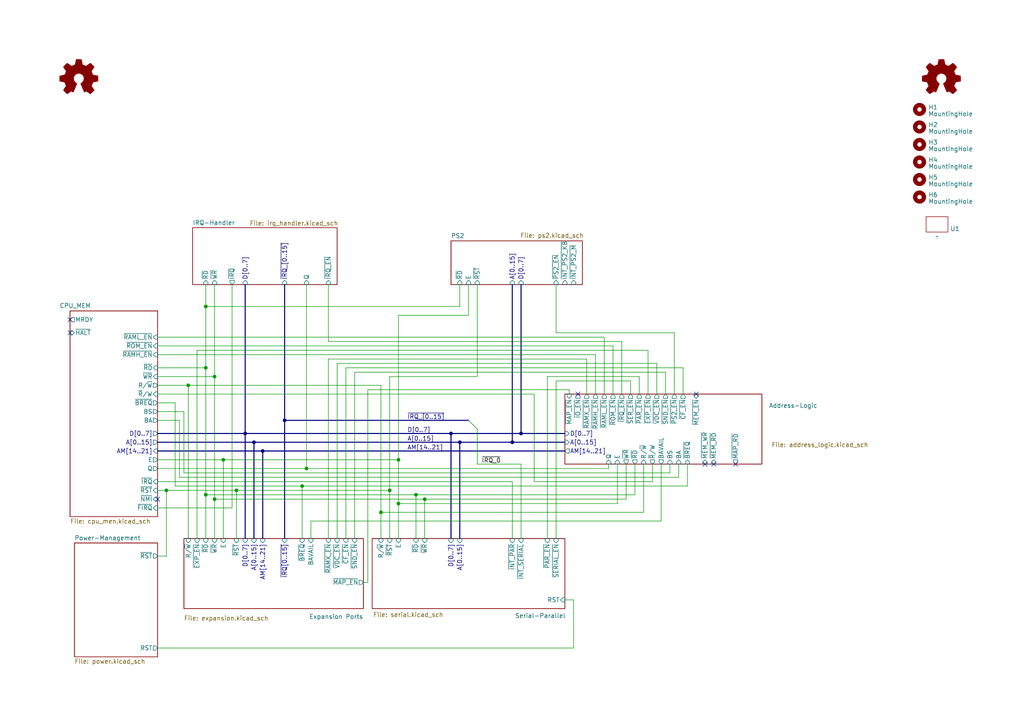
<source format=kicad_sch>
(kicad_sch (version 20231120) (generator "eeschema") (generator_version "8.0")
  (paper "A4")
  (title_block (date "2025-03-03") (rev "C0") (company "Eric Lind"))
  (lib_symbols
    (symbol "Graphic:Logo_Open_Hardware_Small" (in_bom no) (on_board no)
      (symbol "Logo_Open_Hardware_Small_0_1"
        (polyline (pts (xy 3.3528 -4.3434) (xy 3.302 -4.318) (xy 3.175 -4.2418) (xy 2.9972 -4.1148) (xy 2.7686 -3.9624) (xy 2.54 -3.81) (xy 2.3622 -3.7084) (xy 2.2352 -3.6068) (xy 2.1844 -3.5814) (xy 2.159 -3.6068) (xy 2.0574 -3.6576) (xy 1.905 -3.7338) (xy 1.8034 -3.7846) (xy 1.6764 -3.8354) (xy 1.6002 -3.8354) (xy 1.6002 -3.8354) (xy 1.5494 -3.7338) (xy 1.4732 -3.5306) (xy 1.3462 -3.302) (xy 1.2446 -3.0226) (xy 1.1176 -2.7178) (xy 0.9652 -2.413) (xy 0.8636 -2.1082) (xy 0.7366 -1.8288) (xy 0.6604 -1.6256) (xy 0.6096 -1.4732) (xy 0.5842 -1.397) (xy 0.5842 -1.397) (xy 0.6604 -1.3208) (xy 0.7874 -1.2446) (xy 1.0414 -1.016) (xy 1.2954 -0.6858) (xy 1.4478 -0.3302) (xy 1.524 0.0762) (xy 1.4732 0.4572) (xy 1.3208 0.8128) (xy 1.0668 1.143) (xy 0.762 1.3716) (xy 0.4064 1.524) (xy 0 1.5748) (xy -0.381 1.5494) (xy -0.7366 1.397) (xy -1.0668 1.143) (xy -1.2192 0.9906) (xy -1.397 0.6604) (xy -1.524 0.3048) (xy -1.524 0.2286) (xy -1.4986 -0.1778) (xy -1.397 -0.5334) (xy -1.1938 -0.8636) (xy -0.9144 -1.143) (xy -0.8636 -1.1684) (xy -0.7366 -1.27) (xy -0.635 -1.3462) (xy -0.5842 -1.397) (xy -1.0668 -2.5908) (xy -1.143 -2.794) (xy -1.2954 -3.1242) (xy -1.397 -3.4036) (xy -1.4986 -3.6322) (xy -1.5748 -3.7846) (xy -1.6002 -3.8354) (xy -1.6002 -3.8354) (xy -1.651 -3.8354) (xy -1.7272 -3.81) (xy -1.905 -3.7338) (xy -2.0066 -3.683) (xy -2.1336 -3.6068) (xy -2.2098 -3.5814) (xy -2.2606 -3.6068) (xy -2.3622 -3.683) (xy -2.54 -3.81) (xy -2.7686 -3.9624) (xy -2.9718 -4.0894) (xy -3.1496 -4.2164) (xy -3.302 -4.318) (xy -3.3528 -4.3434) (xy -3.3782 -4.3434) (xy -3.429 -4.318) (xy -3.5306 -4.2164) (xy -3.7084 -4.064) (xy -3.937 -3.8354) (xy -3.9624 -3.81) (xy -4.1656 -3.6068) (xy -4.318 -3.4544) (xy -4.4196 -3.3274) (xy -4.445 -3.2766) (xy -4.445 -3.2766) (xy -4.4196 -3.2258) (xy -4.318 -3.0734) (xy -4.2164 -2.8956) (xy -4.064 -2.667) (xy -3.6576 -2.0828) (xy -3.8862 -1.5494) (xy -3.937 -1.3716) (xy -4.0386 -1.1684) (xy -4.0894 -1.0414) (xy -4.1148 -0.9652) (xy -4.191 -0.9398) (xy -4.318 -0.9144) (xy -4.5466 -0.8636) (xy -4.8006 -0.8128) (xy -5.0546 -0.7874) (xy -5.2578 -0.7366) (xy -5.4356 -0.7112) (xy -5.5118 -0.6858) (xy -5.5118 -0.6858) (xy -5.5372 -0.635) (xy -5.5372 -0.5588) (xy -5.5372 -0.4318) (xy -5.5626 -0.2286) (xy -5.5626 0.0762) (xy -5.5626 0.127) (xy -5.5372 0.4064) (xy -5.5372 0.635) (xy -5.5372 0.762) (xy -5.5372 0.8382) (xy -5.5372 0.8382) (xy -5.461 0.8382) (xy -5.3086 0.889) (xy -5.08 0.9144) (xy -4.826 0.9652) (xy -4.8006 0.9906) (xy -4.5466 1.0414) (xy -4.318 1.0668) (xy -4.1656 1.1176) (xy -4.0894 1.143) (xy -4.0894 1.143) (xy -4.0386 1.2446) (xy -3.9624 1.4224) (xy -3.8608 1.6256) (xy -3.7846 1.8288) (xy -3.7084 2.0066) (xy -3.6576 2.159) (xy -3.6322 2.2098) (xy -3.6322 2.2098) (xy -3.683 2.286) (xy -3.7592 2.413) (xy -3.8862 2.5908) (xy -4.064 2.8194) (xy -4.064 2.8448) (xy -4.2164 3.0734) (xy -4.3434 3.2512) (xy -4.4196 3.3782) (xy -4.445 3.4544) (xy -4.445 3.4544) (xy -4.3942 3.5052) (xy -4.2926 3.6322) (xy -4.1148 3.81) (xy -3.937 4.0132) (xy -3.8608 4.064) (xy -3.6576 4.2926) (xy -3.5052 4.4196) (xy -3.4036 4.4958) (xy -3.3528 4.5212) (xy -3.3528 4.5212) (xy -3.302 4.4704) (xy -3.1496 4.3688) (xy -2.9718 4.2418) (xy -2.7432 4.0894) (xy -2.7178 4.0894) (xy -2.4892 3.937) (xy -2.3114 3.81) (xy -2.1844 3.7084) (xy -2.1336 3.683) (xy -2.1082 3.683) (xy -2.032 3.7084) (xy -1.8542 3.7592) (xy -1.6764 3.8354) (xy -1.4732 3.937) (xy -1.27 4.0132) (xy -1.143 4.064) (xy -1.0668 4.1148) (xy -1.0668 4.1148) (xy -1.0414 4.191) (xy -1.016 4.3434) (xy -0.9652 4.572) (xy -0.9144 4.8514) (xy -0.889 4.9022) (xy -0.8382 5.1562) (xy -0.8128 5.3848) (xy -0.7874 5.5372) (xy -0.762 5.588) (xy -0.7112 5.6134) (xy -0.5842 5.6134) (xy -0.4064 5.6134) (xy -0.1524 5.6134) (xy 0.0762 5.6134) (xy 0.3302 5.6134) (xy 0.5334 5.6134) (xy 0.6858 5.588) (xy 0.7366 5.588) (xy 0.7366 5.588) (xy 0.762 5.5118) (xy 0.8128 5.334) (xy 0.8382 5.1054) (xy 0.9144 4.826) (xy 0.9144 4.7752) (xy 0.9652 4.5212) (xy 1.016 4.2926) (xy 1.0414 4.1402) (xy 1.0668 4.0894) (xy 1.0668 4.0894) (xy 1.1938 4.0386) (xy 1.3716 3.9624) (xy 1.5748 3.8608) (xy 2.0828 3.6576) (xy 2.7178 4.0894) (xy 2.7686 4.1402) (xy 2.9972 4.2926) (xy 3.175 4.4196) (xy 3.302 4.4958) (xy 3.3782 4.5212) (xy 3.3782 4.5212) (xy 3.429 4.4704) (xy 3.556 4.3434) (xy 3.7338 4.191) (xy 3.9116 3.9878) (xy 4.064 3.8354) (xy 4.2418 3.6576) (xy 4.3434 3.556) (xy 4.4196 3.4798) (xy 4.4196 3.429) (xy 4.4196 3.4036) (xy 4.3942 3.3274) (xy 4.2926 3.2004) (xy 4.1656 2.9972) (xy 4.0132 2.794) (xy 3.8862 2.5908) (xy 3.7592 2.3876) (xy 3.6576 2.2352) (xy 3.6322 2.159) (xy 3.6322 2.1336) (xy 3.683 2.0066) (xy 3.7592 1.8288) (xy 3.8608 1.6002) (xy 4.064 1.1176) (xy 4.3942 1.0414) (xy 4.5974 1.016) (xy 4.8768 0.9652) (xy 5.1308 0.9144) (xy 5.5372 0.8382) (xy 5.5626 -0.6604) (xy 5.4864 -0.6858) (xy 5.4356 -0.6858) (xy 5.2832 -0.7366) (xy 5.0546 -0.762) (xy 4.8006 -0.8128) (xy 4.5974 -0.8636) (xy 4.3688 -0.9144) (xy 4.2164 -0.9398) (xy 4.1402 -0.9398) (xy 4.1148 -0.9652) (xy 4.064 -1.0668) (xy 3.9878 -1.2446) (xy 3.9116 -1.4478) (xy 3.81 -1.651) (xy 3.7338 -1.8542) (xy 3.683 -2.0066) (xy 3.6576 -2.0828) (xy 3.683 -2.1336) (xy 3.7846 -2.2606) (xy 3.8862 -2.4638) (xy 4.0386 -2.667) (xy 4.191 -2.8956) (xy 4.318 -3.0734) (xy 4.3942 -3.2004) (xy 4.445 -3.2766) (xy 4.4196 -3.3274) (xy 4.3434 -3.429) (xy 4.1656 -3.5814) (xy 3.937 -3.8354) (xy 3.8862 -3.8608) (xy 3.683 -4.064) (xy 3.5306 -4.2164) (xy 3.4036 -4.318) (xy 3.3528 -4.3434)) (fill (type outline)))
      )
    )
    (symbol "Mechanical:MountingHole" (pin_names (offset 1.016))
      (property "Reference" "H" (at 0 5.08 0))
      (property "Value" "MountingHole" (at 0 3.175 0))
      (symbol "MountingHole_0_1"
        (circle (center 0 0) (radius 1.27) (stroke (width 1.27)))
      )
    )
    (symbol "motherboard:mITX"
      (property "Reference" "U" (at 0 0 0))
      (symbol "mITX_0_1"
        (rectangle (start -3.175 5.715) (end 3.175 1.27))
        (rectangle (start -1.905 5.715) (end -1.905 5.715))
        (rectangle (start -1.905 5.715) (end -1.905 5.715))
        (rectangle (start 0 -0.635) (end 0 -0.635))
        (rectangle (start 0 -0.635) (end 0 -0.635))
      )
    )
  )
  (junction (at 59.69 106.68))
  (junction (at 62.23 109.22))
  (junction (at 76.2 130.81))
  (junction (at 110.49 148.59))
  (junction (at 148.59 128.27))
  (junction (at 133.35 128.27))
  (junction (at 120.65 143.51))
  (junction (at 68.58 142.24))
  (junction (at 71.12 125.73))
  (junction (at 64.77 133.35))
  (junction (at 54.61 111.76))
  (junction (at 59.69 88.9))
  (junction (at 48.26 142.24))
  (junction (at 115.57 133.35))
  (junction (at 130.81 125.73))
  (junction (at 59.69 143.51))
  (junction (at 62.23 144.78))
  (junction (at 88.9 135.89))
  (junction (at 82.55 121.92))
  (junction (at 123.19 144.78))
  (junction (at 113.03 142.24))
  (junction (at 73.66 128.27))
  (junction (at 115.57 146.05))
  (junction (at 87.63 140.97))
  (junction (at 151.13 125.73))
  (no_connect (at 20.32 96.52))
  (no_connect (at 45.72 144.78))
  (no_connect (at 204.47 134.62))
  (no_connect (at 207.01 134.62))
  (no_connect (at 167.64 114.3))
  (no_connect (at 213.36 134.62))
  (no_connect (at 201.93 114.3))
  (no_connect (at 20.32 92.71))
  (bus_entry (at 135.89 121.92) (size 2.54 2.54))
  (wire (pts (xy 45.72 109.22) (xy 62.23 109.22)))
  (wire (pts (xy 133.35 88.9) (xy 59.69 88.9)))
  (wire (pts (xy 62.23 109.22) (xy 62.23 144.78)))
  (wire (pts (xy 110.49 111.76) (xy 110.49 148.59)))
  (wire (pts (xy 54.61 111.76) (xy 54.61 156.21)))
  (wire (pts (xy 62.23 156.21) (xy 62.23 144.78)))
  (wire (pts (xy 179.07 146.05) (xy 179.07 134.62)))
  (wire (pts (xy 45.72 106.68) (xy 59.69 106.68)))
  (wire (pts (xy 193.04 107.95) (xy 193.04 114.3)))
  (wire (pts (xy 45.72 111.76) (xy 54.61 111.76)))
  (wire (pts (xy 88.9 135.89) (xy 176.53 135.89)))
  (wire (pts (xy 59.69 82.55) (xy 59.69 88.9)))
  (wire (pts (xy 172.72 102.87) (xy 172.72 114.3)))
  (wire (pts (xy 135.89 82.55) (xy 135.89 91.44)))
  (wire (pts (xy 158.75 156.21) (xy 158.75 109.22)))
  (wire (pts (xy 185.42 109.22) (xy 185.42 114.3)))
  (wire (pts (xy 90.17 151.13) (xy 90.17 156.21)))
  (wire (pts (xy 88.9 82.55) (xy 88.9 135.89)))
  (wire (pts (xy 53.34 137.16) (xy 194.31 137.16)))
  (wire (pts (xy 45.72 100.33) (xy 177.8 100.33)))
  (bus (pts (xy 133.35 128.27) (xy 133.35 156.21)))
  (wire (pts (xy 87.63 140.97) (xy 87.63 156.21)))
  (wire (pts (xy 45.72 161.29) (xy 48.26 161.29)))
  (wire (pts (xy 158.75 109.22) (xy 185.42 109.22)))
  (wire (pts (xy 120.65 143.51) (xy 120.65 156.21)))
  (wire (pts (xy 198.12 106.68) (xy 198.12 114.3)))
  (wire (pts (xy 161.29 96.52) (xy 195.58 96.52)))
  (bus (pts (xy 130.81 125.73) (xy 130.81 156.21)))
  (wire (pts (xy 191.77 134.62) (xy 191.77 151.13)))
  (wire (pts (xy 166.37 173.99) (xy 163.83 173.99)))
  (wire (pts (xy 52.07 138.43) (xy 52.07 121.92)))
  (bus (pts (xy 73.66 128.27) (xy 73.66 156.21)))
  (wire (pts (xy 68.58 142.24) (xy 113.03 142.24)))
  (wire (pts (xy 59.69 143.51) (xy 59.69 156.21)))
  (bus (pts (xy 148.59 82.55) (xy 148.59 128.27)))
  (wire (pts (xy 194.31 137.16) (xy 194.31 134.62)))
  (wire (pts (xy 138.43 82.55) (xy 138.43 109.22)))
  (bus (pts (xy 148.59 128.27) (xy 163.83 128.27)))
  (bus (pts (xy 45.72 130.81) (xy 76.2 130.81)))
  (wire (pts (xy 54.61 111.76) (xy 110.49 111.76)))
  (wire (pts (xy 45.72 119.38) (xy 53.34 119.38)))
  (wire (pts (xy 106.68 168.91) (xy 106.68 113.03)))
  (wire (pts (xy 113.03 109.22) (xy 113.03 142.24)))
  (wire (pts (xy 97.79 156.21) (xy 97.79 105.41)))
  (wire (pts (xy 123.19 144.78) (xy 123.19 156.21)))
  (bus (pts (xy 151.13 82.55) (xy 151.13 125.73)))
  (wire (pts (xy 196.85 134.62) (xy 196.85 138.43)))
  (wire (pts (xy 45.72 135.89) (xy 88.9 135.89)))
  (bus (pts (xy 73.66 128.27) (xy 133.35 128.27)))
  (wire (pts (xy 45.72 187.96) (xy 166.37 187.96)))
  (bus (pts (xy 76.2 130.81) (xy 76.2 156.21)))
  (bus (pts (xy 133.35 128.27) (xy 148.59 128.27)))
  (wire (pts (xy 175.26 97.79) (xy 175.26 114.3)))
  (wire (pts (xy 50.8 140.97) (xy 87.63 140.97)))
  (wire (pts (xy 177.8 100.33) (xy 177.8 114.3)))
  (bus (pts (xy 82.55 121.92) (xy 135.89 121.92)))
  (wire (pts (xy 97.79 105.41) (xy 190.5 105.41)))
  (wire (pts (xy 59.69 88.9) (xy 59.69 106.68)))
  (wire (pts (xy 110.49 148.59) (xy 186.69 148.59)))
  (wire (pts (xy 190.5 105.41) (xy 190.5 114.3)))
  (wire (pts (xy 62.23 144.78) (xy 123.19 144.78)))
  (wire (pts (xy 154.94 114.3) (xy 154.94 139.7)))
  (wire (pts (xy 106.68 168.91) (xy 105.41 168.91)))
  (wire (pts (xy 138.43 134.62) (xy 151.13 134.62)))
  (bus (pts (xy 45.72 128.27) (xy 73.66 128.27)))
  (wire (pts (xy 48.26 161.29) (xy 48.26 142.24)))
  (wire (pts (xy 115.57 133.35) (xy 115.57 146.05)))
  (wire (pts (xy 100.33 106.68) (xy 198.12 106.68)))
  (wire (pts (xy 180.34 99.06) (xy 180.34 114.3)))
  (wire (pts (xy 100.33 156.21) (xy 100.33 106.68)))
  (wire (pts (xy 45.72 147.32) (xy 67.31 147.32)))
  (wire (pts (xy 161.29 82.55) (xy 161.29 96.52)))
  (wire (pts (xy 191.77 151.13) (xy 90.17 151.13)))
  (bus (pts (xy 45.72 125.73) (xy 71.12 125.73)))
  (bus (pts (xy 71.12 82.55) (xy 71.12 125.73)))
  (wire (pts (xy 184.15 134.62) (xy 184.15 143.51)))
  (wire (pts (xy 106.68 113.03) (xy 165.1 113.03)))
  (wire (pts (xy 138.43 109.22) (xy 113.03 109.22)))
  (wire (pts (xy 182.88 110.49) (xy 182.88 114.3)))
  (wire (pts (xy 115.57 146.05) (xy 115.57 156.21)))
  (wire (pts (xy 48.26 142.24) (xy 68.58 142.24)))
  (bus (pts (xy 130.81 125.73) (xy 151.13 125.73)))
  (wire (pts (xy 189.23 139.7) (xy 189.23 134.62)))
  (wire (pts (xy 45.72 114.3) (xy 154.94 114.3)))
  (wire (pts (xy 170.18 104.14) (xy 170.18 114.3)))
  (bus (pts (xy 71.12 125.73) (xy 130.81 125.73)))
  (wire (pts (xy 59.69 106.68) (xy 59.69 143.51)))
  (wire (pts (xy 48.26 142.24) (xy 45.72 142.24)))
  (wire (pts (xy 64.77 133.35) (xy 115.57 133.35)))
  (wire (pts (xy 115.57 146.05) (xy 179.07 146.05)))
  (wire (pts (xy 102.87 156.21) (xy 102.87 107.95)))
  (wire (pts (xy 67.31 147.32) (xy 67.31 82.55)))
  (wire (pts (xy 133.35 82.55) (xy 133.35 88.9)))
  (wire (pts (xy 138.43 124.46) (xy 138.43 134.62)))
  (wire (pts (xy 110.49 148.59) (xy 110.49 156.21)))
  (wire (pts (xy 165.1 113.03) (xy 165.1 114.3)))
  (wire (pts (xy 95.25 99.06) (xy 180.34 99.06)))
  (bus (pts (xy 71.12 125.73) (xy 71.12 156.21)))
  (wire (pts (xy 102.87 107.95) (xy 193.04 107.95)))
  (bus (pts (xy 151.13 125.73) (xy 163.83 125.73)))
  (wire (pts (xy 45.72 139.7) (xy 148.59 139.7)))
  (wire (pts (xy 135.89 91.44) (xy 115.57 91.44)))
  (wire (pts (xy 161.29 110.49) (xy 182.88 110.49)))
  (wire (pts (xy 59.69 143.51) (xy 120.65 143.51)))
  (wire (pts (xy 45.72 97.79) (xy 175.26 97.79)))
  (wire (pts (xy 68.58 156.21) (xy 68.58 142.24)))
  (bus (pts (xy 76.2 130.81) (xy 163.83 130.81)))
  (wire (pts (xy 45.72 121.92) (xy 52.07 121.92)))
  (wire (pts (xy 166.37 187.96) (xy 166.37 173.99)))
  (wire (pts (xy 176.53 135.89) (xy 176.53 134.62)))
  (wire (pts (xy 45.72 116.84) (xy 50.8 116.84)))
  (wire (pts (xy 45.72 102.87) (xy 172.72 102.87)))
  (wire (pts (xy 95.25 156.21) (xy 95.25 104.14)))
  (wire (pts (xy 53.34 119.38) (xy 53.34 137.16)))
  (wire (pts (xy 95.25 104.14) (xy 170.18 104.14)))
  (wire (pts (xy 120.65 143.51) (xy 184.15 143.51)))
  (bus (pts (xy 82.55 121.92) (xy 82.55 156.21)))
  (wire (pts (xy 161.29 156.21) (xy 161.29 110.49)))
  (wire (pts (xy 57.15 156.21) (xy 57.15 101.6)))
  (wire (pts (xy 154.94 139.7) (xy 189.23 139.7)))
  (wire (pts (xy 45.72 133.35) (xy 64.77 133.35)))
  (bus (pts (xy 82.55 82.55) (xy 82.55 121.92)))
  (wire (pts (xy 151.13 134.62) (xy 151.13 156.21)))
  (wire (pts (xy 186.69 148.59) (xy 186.69 134.62)))
  (wire (pts (xy 57.15 101.6) (xy 187.96 101.6)))
  (wire (pts (xy 115.57 91.44) (xy 115.57 133.35)))
  (wire (pts (xy 196.85 138.43) (xy 52.07 138.43)))
  (wire (pts (xy 123.19 144.78) (xy 181.61 144.78)))
  (wire (pts (xy 148.59 139.7) (xy 148.59 156.21)))
  (wire (pts (xy 95.25 82.55) (xy 95.25 99.06)))
  (wire (pts (xy 50.8 116.84) (xy 50.8 140.97)))
  (wire (pts (xy 181.61 144.78) (xy 181.61 134.62)))
  (wire (pts (xy 87.63 140.97) (xy 199.39 140.97)))
  (wire (pts (xy 64.77 133.35) (xy 64.77 156.21)))
  (wire (pts (xy 113.03 142.24) (xy 113.03 156.21)))
  (wire (pts (xy 62.23 82.55) (xy 62.23 109.22)))
  (wire (pts (xy 187.96 101.6) (xy 187.96 114.3)))
  (wire (pts (xy 195.58 96.52) (xy 195.58 114.3)))
  (wire (pts (xy 199.39 140.97) (xy 199.39 134.62)))
  (label "~{IRQ_0}" (at 139.7 134.62 0))
  (label "D[0..7]" (at 118.11 125.73 0))
  (label "AM[14..21]" (at 118.11 130.81 0))
  (label "~{IRQ_[0..15]}" (at 118.11 121.92 0))
  (label "A[0..15]" (at 118.11 128.27 0))
  (symbol (lib_id "motherboard:mITX") (at 271.78 68.58 0) (unit 1)
    (property "Reference" "U1" (at 275.59 66.3568 0) (effects (justify left)))
    (property "Value" "~" (at 271.78 68.58 0))
    (property "Footprint" "kicad-lib:mITX" (effects (hide yes)))
  )
  (symbol (lib_id "Mechanical:MountingHole") (at 266.7 41.91 0) (unit 1)
    (property "Reference" "H3" (at 269.24 41.2663 0) (effects (justify left)))
    (property "Value" "MountingHole" (at 269.24 43.1873 0) (effects (justify left)))
    (property "Footprint" "MountingHole:MountingHole_3.2mm_M3_ISO7380" (effects (hide yes)))
  )
  (symbol (lib_id "Graphic:Logo_Open_Hardware_Small") (at 22.86 22.86 0) (unit 1) (exclude_from_sim yes) (in_bom no) (on_board no)
    (property "Reference" "#SYM1" (effects (hide yes)))
    (property "Value" "Logo_Open_Hardware_Small" (effects (hide yes)))
    (property "Description" "Open Hardware logo, small" (effects (hide yes)))
  )
  (symbol (lib_id "Mechanical:MountingHole") (at 266.7 36.83 0) (unit 1)
    (property "Reference" "H2" (at 269.24 36.1863 0) (effects (justify left)))
    (property "Value" "MountingHole" (at 269.24 38.1073 0) (effects (justify left)))
    (property "Footprint" "MountingHole:MountingHole_3.2mm_M3_ISO7380" (effects (hide yes)))
  )
  (symbol (lib_id "Graphic:Logo_Open_Hardware_Small") (at 273.05 22.86 0) (unit 1) (exclude_from_sim yes) (in_bom no) (on_board no)
    (property "Reference" "#SYM2" (effects (hide yes)))
    (property "Value" "Logo_Open_Hardware_Small" (effects (hide yes)))
    (property "Description" "Open Hardware logo, small" (effects (hide yes)))
  )
  (symbol (lib_id "Mechanical:MountingHole") (at 266.7 52.07 0) (unit 1)
    (property "Reference" "H5" (at 269.24 51.4263 0) (effects (justify left)))
    (property "Value" "MountingHole" (at 269.24 53.3473 0) (effects (justify left)))
    (property "Footprint" "MountingHole:MountingHole_3.2mm_M3_ISO7380" (effects (hide yes)))
  )
  (symbol (lib_id "Mechanical:MountingHole") (at 266.7 46.99 0) (unit 1)
    (property "Reference" "H4" (at 269.24 46.3463 0) (effects (justify left)))
    (property "Value" "MountingHole" (at 269.24 48.2673 0) (effects (justify left)))
    (property "Footprint" "MountingHole:MountingHole_3.2mm_M3_ISO7380" (effects (hide yes)))
  )
  (symbol (lib_id "Mechanical:MountingHole") (at 266.7 31.75 0) (unit 1)
    (property "Reference" "H1" (at 269.24 31.1063 0) (effects (justify left)))
    (property "Value" "MountingHole" (at 269.24 33.0273 0) (effects (justify left)))
    (property "Footprint" "MountingHole:MountingHole_3.2mm_M3_ISO7380" (effects (hide yes)))
  )
  (symbol (lib_id "Mechanical:MountingHole") (at 266.7 57.15 0) (unit 1)
    (property "Reference" "H6" (at 269.24 56.5063 0) (effects (justify left)))
    (property "Value" "MountingHole" (at 269.24 58.4273 0) (effects (justify left)))
    (property "Footprint" "MountingHole:MountingHole_3.2mm_M3_ISO7380" (effects (hide yes)))
  )
  (sheet (at 21.59 157.48) (size 24.13 33.02) (stroke (width 0.1524))
    (property "Sheetname" "Power-Management" (at 21.59 156.7684 0) (effects (justify left bottom)))
    (property "Sheetfile" "power.kicad_sch" (at 21.59 191.0846 0) (effects (justify left top)))
    (pin "~{RST}" output (at 45.72 161.29 0))
    (pin "RST" output (at 45.72 187.96 0))
  )
  (sheet (at 107.95 156.21) (size 55.88 20.32) (stroke (width 0.1524))
    (property "Sheetname" "Serial-Parallel" (at 149.352 179.324 0) (effects (justify left bottom)))
    (property "Sheetfile" "serial.kicad_sch" (at 108.204 177.546 0) (effects (justify left top)))
    (pin "R{slash}~{W}" input (at 110.49 156.21 90))
    (pin "~{RST}" input (at 113.03 156.21 90))
    (pin "~{SERIAL_EN}" input (at 161.29 156.21 90))
    (pin "E" input (at 115.57 156.21 90))
    (pin "~{INT_PAR}" input (at 148.59 156.21 90))
    (pin "~{PAR_EN}" input (at 158.75 156.21 90))
    (pin "A[0..15]" input (at 133.35 156.21 90))
    (pin "D[0..7]" input (at 130.81 156.21 90))
    (pin "~{INT_SERIAL}" input (at 151.13 156.21 90))
    (pin "RST" input (at 163.83 173.99 0))
    (pin "~{RD}" input (at 120.65 156.21 90))
    (pin "~{WR}" input (at 123.19 156.21 90))
  )
  (sheet (at 163.83 114.3) (size 57.15 20.32) (stroke (width 0.1524))
    (property "Sheetname" "Address-Logic" (at 223.012 118.364 0) (effects (justify left bottom)))
    (property "Sheetfile" "address_logic.kicad_sch" (at 223.774 128.27 0) (effects (justify left top)))
    (pin "AM[14..21]" output (at 163.83 130.81 180))
    (pin "~{IRQ_EN}" output (at 180.34 114.3 90))
    (pin "~{PS2_EN}" output (at 195.58 114.3 90))
    (pin "~{VDC_EN}" output (at 190.5 114.3 90))
    (pin "~{EXP_EN}" output (at 187.96 114.3 90))
    (pin "~{PAR_EN}" output (at 185.42 114.3 90))
    (pin "~{SER_EN}" output (at 182.88 114.3 90))
    (pin "~{CF_EN}" output (at 198.12 114.3 90))
    (pin "~{WR}" output (at 181.61 134.62 270))
    (pin "BAVAIL" output (at 191.77 134.62 270))
    (pin "~{RD}" output (at 184.15 134.62 270))
    (pin "BS" input (at 194.31 134.62 270))
    (pin "BA" input (at 196.85 134.62 270))
    (pin "R{slash}~{W}" input (at 186.69 134.62 270))
    (pin "~{BREQ}" input (at 199.39 134.62 270))
    (pin "Q" input (at 176.53 134.62 270))
    (pin "E" input (at 179.07 134.62 270))
    (pin "D[0..7]" input (at 163.83 125.73 180))
    (pin "A[0..15]" input (at 163.83 128.27 180))
    (pin "~{ROM_EN}" output (at 177.8 114.3 90))
    (pin "~{RAML_EN}" output (at 175.26 114.3 90))
    (pin "~{RAMH_EN}" output (at 172.72 114.3 90))
    (pin "~{RAMX_EN}" output (at 170.18 114.3 90))
    (pin "~{IO_EN}" output (at 167.64 114.3 90))
    (pin "~{MEM_WR}" input (at 204.47 134.62 270))
    (pin "~{MEM_RD}" input (at 207.01 134.62 270))
    (pin "~{MAP_EN}" input (at 165.1 114.3 90))
    (pin "~{R}/W" output (at 189.23 134.62 270))
    (pin "~{MEM_EN}" input (at 201.93 114.3 90))
    (pin "~{SND_EN}" output (at 193.04 114.3 90))
    (pin "~{MAP_RD}" output (at 213.36 134.62 270))
  )
  (sheet (at 53.34 156.21) (size 52.07 20.32) (stroke (width 0.1524))
    (property "Sheetname" "Expansion Ports" (at 89.662 179.578 0) (effects (justify left bottom)))
    (property "Sheetfile" "expansion.kicad_sch" (at 53.34 178.562 0) (effects (justify left top)))
    (pin "~{WR}" input (at 62.23 156.21 90))
    (pin "~{RD}" input (at 59.69 156.21 90))
    (pin "~{VDC_EN}" input (at 97.79 156.21 90))
    (pin "~{RAMX_EN}" input (at 95.25 156.21 90))
    (pin "BAVAIL" input (at 90.17 156.21 90))
    (pin "~{RST}" input (at 68.58 156.21 90))
    (pin "E" input (at 64.77 156.21 90))
    (pin "D[0..7]" input (at 71.12 156.21 90))
    (pin "A[0..15]" input (at 73.66 156.21 90))
    (pin "~{BREQ}" input (at 87.63 156.21 90))
    (pin "~{IRQ[0..15]}" input (at 82.55 156.21 90))
    (pin "AM[14..21]" input (at 76.2 156.21 90))
    (pin "R{slash}~{W}" input (at 54.61 156.21 90))
    (pin "~{MAP_EN}" output (at 105.41 168.91 0))
    (pin "~{EXP_EN}" input (at 57.15 156.21 90))
    (pin "~{SND_EN}" input (at 102.87 156.21 90))
    (pin "~{CF_EN}" input (at 100.33 156.21 90))
  )
  (sheet (at 55.88 66.04) (size 41.91 16.51) (stroke (width 0.1524))
    (property "Sheetname" "IRQ-Handler" (at 55.88 65.3284 0) (effects (justify left bottom)))
    (property "Sheetfile" "irq_handler.kicad_sch" (at 72.39 64.008 0) (effects (justify left top)))
    (pin "~{IRQ_[0..15]}" input (at 82.55 82.55 270))
    (pin "~{IRQ_EN}" input (at 95.25 82.55 270))
    (pin "~{IRQ}" output (at 67.31 82.55 270))
    (pin "D[0..7]" input (at 71.12 82.55 270))
    (pin "~{RD}" input (at 59.69 82.55 270))
    (pin "~{WR}" input (at 62.23 82.55 270))
    (pin "Q" input (at 88.9 82.55 270))
  )
  (sheet (at 20.32 90.17) (size 25.4 59.69) (stroke (width 0.1524))
    (property "Sheetname" "CPU_MEM" (at 17.272 89.408 0) (effects (justify left bottom)))
    (property "Sheetfile" "cpu_men.kicad_sch" (at 20.32 150.4446 0) (effects (justify left top)))
    (pin "BA" output (at 45.72 121.92 0))
    (pin "BS" output (at 45.72 119.38 0))
    (pin "MRDY" output (at 20.32 92.71 180))
    (pin "~{BREQ}" output (at 45.72 116.84 0))
    (pin "~{FIRQ}" input (at 45.72 147.32 0))
    (pin "~{NMI}" input (at 45.72 144.78 0))
    (pin "~{RST}" input (at 45.72 142.24 0))
    (pin "~{IRQ}" input (at 45.72 139.7 0))
    (pin "AM[14..21]" input (at 45.72 130.81 0))
    (pin "A[0..15]" output (at 45.72 128.27 0))
    (pin "D[0..7]" output (at 45.72 125.73 0))
    (pin "R{slash}~{W}" output (at 45.72 111.76 0))
    (pin "~{RAML_EN}" input (at 45.72 97.79 0))
    (pin "~{RAMH_EN}" input (at 45.72 102.87 0))
    (pin "~{ROM_EN}" input (at 45.72 100.33 0))
    (pin "~{RD}" input (at 45.72 106.68 0))
    (pin "~{WR}" input (at 45.72 109.22 0))
    (pin "E" output (at 45.72 133.35 0))
    (pin "Q" output (at 45.72 135.89 0))
    (pin "~{HALT}" input (at 20.32 96.52 180))
    (pin "~{R}/W" input (at 45.72 114.3 0))
  )
  (sheet (at 130.81 69.85) (size 38.1 12.7) (stroke (width 0.1524))
    (property "Sheetname" "PS2" (at 130.81 69.1384 0) (effects (justify left bottom)))
    (property "Sheetfile" "ps2.kicad_sch" (at 150.876 67.564 0) (effects (justify left top)))
    (pin "D[0..7]" input (at 151.13 82.55 270))
    (pin "~{INT_PS2_M}" input (at 166.37 82.55 270))
    (pin "~{INT_PS2_KB}" input (at 163.83 82.55 270))
    (pin "E" input (at 135.89 82.55 270))
    (pin "~{RST}" input (at 138.43 82.55 270))
    (pin "A[0..15]" input (at 148.59 82.55 270))
    (pin "~{PS2_EN}" input (at 161.29 82.55 270))
    (pin "~{RD}" input (at 133.35 82.55 270))
  )
)
</source>
